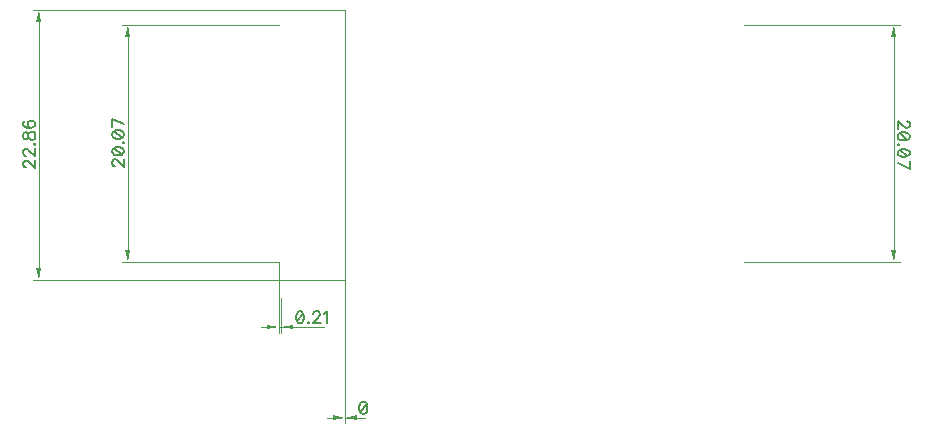
<source format=gbr>
G04 DipTrace 3.1.0.0*
G04 TopDimension.gbr*
%MOIN*%
G04 #@! TF.FileFunction,Drawing,Top*
G04 #@! TF.Part,Single*
%ADD13C,0.0015*%
%ADD72C,0.006176*%
%FSLAX26Y26*%
G04*
G70*
G90*
G75*
G01*
G04 TopDimension*
%LPD*%
X723386Y1353701D2*
D13*
Y-23622D1*
Y453682D2*
Y-23622D1*
Y-3937D2*
D3*
X664331D2*
X684016D1*
G36*
X723386D2*
X684016Y-11811D1*
Y3937D1*
X723386Y-3937D1*
G37*
X782441D2*
D13*
X762756D1*
G36*
X723386D2*
X762756Y3937D1*
Y-11811D1*
X723386Y-3937D1*
G37*
X789551D2*
D13*
X723386D1*
Y1353701D2*
X-316299D1*
X723386Y453682D2*
X-316299D1*
X-296614Y903692D2*
Y1314331D1*
G36*
Y1353701D2*
X-288740Y1314331D1*
X-304488D1*
X-296614Y1353701D1*
G37*
Y903692D2*
D13*
Y493052D1*
G36*
Y453682D2*
X-304488Y493052D1*
X-288740D1*
X-296614Y453682D1*
G37*
X503386Y513701D2*
D13*
Y278016D1*
X511811Y393701D2*
Y278016D1*
X503386Y297701D2*
X511811D1*
X444331D2*
X464016D1*
G36*
X503386D2*
X464016Y289827D1*
Y305575D1*
X503386Y297701D1*
G37*
X570866D2*
D13*
X551181D1*
G36*
X511811D2*
X551181Y305575D1*
Y289827D1*
X511811Y297701D1*
G37*
X655266D2*
D13*
X511811D1*
X2055042Y1303701D2*
X2573071D1*
X2055010Y513701D2*
X2573071D1*
X2553386Y908701D2*
Y1264331D1*
G36*
Y1303701D2*
X2561260Y1264331D1*
X2545512D1*
X2553386Y1303701D1*
G37*
Y908701D2*
D13*
Y553071D1*
G36*
Y513701D2*
X2545512Y553071D1*
X2561260D1*
X2553386Y513701D1*
G37*
X503386Y1303701D2*
D13*
X-20299D1*
X503386Y513701D2*
X-20299D1*
X-614Y908701D2*
Y1264331D1*
G36*
Y1303701D2*
X7260Y1264331D1*
X-8488D1*
X-614Y1303701D1*
G37*
Y908701D2*
D13*
Y553071D1*
G36*
Y513701D2*
X-8488Y553071D1*
X7260D1*
X-614Y513701D1*
G37*
X783516Y48422D2*
D72*
X777767Y46520D1*
X773921Y40772D1*
X772019Y31222D1*
Y25474D1*
X773921Y15923D1*
X777767Y10175D1*
X783516Y8274D1*
X787318D1*
X793066Y10175D1*
X796869Y15923D1*
X798814Y25474D1*
Y31222D1*
X796869Y40772D1*
X793066Y46520D1*
X787318Y48422D1*
X783516D1*
X796869Y40772D2*
X773921Y15923D1*
X-339422Y829504D2*
X-341323D1*
X-345170Y831406D1*
X-347071Y833307D1*
X-348973Y837154D1*
Y844803D1*
X-347071Y848605D1*
X-345170Y850507D1*
X-341323Y852452D1*
X-337521D1*
X-333674Y850507D1*
X-327970Y846704D1*
X-308825Y827559D1*
Y854353D1*
X-339422Y868650D2*
X-341323D1*
X-345170Y870552D1*
X-347071Y872453D1*
X-348973Y876300D1*
Y883949D1*
X-347071Y887751D1*
X-345170Y889653D1*
X-341323Y891598D1*
X-337521D1*
X-333674Y889653D1*
X-327970Y885850D1*
X-308825Y866705D1*
Y893500D1*
X-312672Y907752D2*
X-310726Y905851D1*
X-308825Y907752D1*
X-310726Y909698D1*
X-312672Y907752D1*
X-348973Y931600D2*
X-347071Y925896D1*
X-343269Y923950D1*
X-339422D1*
X-335620Y925896D1*
X-333674Y929698D1*
X-331773Y937348D1*
X-329872Y943096D1*
X-326025Y946898D1*
X-322222Y948800D1*
X-316474D1*
X-312672Y946898D1*
X-310726Y944997D1*
X-308825Y939249D1*
Y931600D1*
X-310726Y925896D1*
X-312672Y923950D1*
X-316474Y922049D1*
X-322222D1*
X-326025Y923950D1*
X-329872Y927797D1*
X-331773Y933501D1*
X-333674Y941150D1*
X-335620Y944997D1*
X-339422Y946898D1*
X-343269D1*
X-347071Y944997D1*
X-348973Y939249D1*
Y931600D1*
X-343269Y984099D2*
X-347071Y982198D1*
X-348973Y976450D1*
Y972647D1*
X-347071Y966899D1*
X-341323Y963052D1*
X-331773Y961151D1*
X-322222D1*
X-314573Y963052D1*
X-310726Y966899D1*
X-308825Y972647D1*
Y974548D1*
X-310726Y980252D1*
X-314573Y984099D1*
X-320321Y986000D1*
X-322222D1*
X-327970Y984099D1*
X-331773Y980252D1*
X-333674Y974548D1*
Y972647D1*
X-331773Y966899D1*
X-327970Y963052D1*
X-322222Y961151D1*
X571941Y350059D2*
X566193Y348158D1*
X562346Y342410D1*
X560445Y332859D1*
Y327111D1*
X562346Y317561D1*
X566193Y311813D1*
X571941Y309912D1*
X575743D1*
X581491Y311813D1*
X585294Y317561D1*
X587239Y327111D1*
Y332859D1*
X585294Y342410D1*
X581491Y348158D1*
X575743Y350059D1*
X571941D1*
X585294Y342410D2*
X562346Y317561D1*
X601492Y313758D2*
X599591Y311813D1*
X601492Y309912D1*
X603437Y311813D1*
X601492Y313758D1*
X617734Y340509D2*
Y342410D1*
X619636Y346257D1*
X621537Y348158D1*
X625384Y350059D1*
X633033D1*
X636836Y348158D1*
X638737Y346257D1*
X640682Y342410D1*
Y338607D1*
X638737Y334761D1*
X634934Y329057D1*
X615789Y309912D1*
X642584D1*
X654935Y342410D2*
X658782Y344356D1*
X664530Y350059D1*
Y309912D1*
X2596194Y983883D2*
X2598095D1*
X2601942Y981982D1*
X2603843Y980080D1*
X2605744Y976234D1*
Y968584D1*
X2603843Y964782D1*
X2601942Y962881D1*
X2598095Y960935D1*
X2594293D1*
X2590446Y962881D1*
X2584742Y966683D1*
X2565597Y985828D1*
Y959034D1*
X2605744Y935186D2*
X2603843Y940934D1*
X2598095Y944781D1*
X2588544Y946682D1*
X2582796D1*
X2573246Y944781D1*
X2567498Y940934D1*
X2565597Y935186D1*
Y931384D1*
X2567498Y925636D1*
X2573246Y921833D1*
X2582796Y919888D1*
X2588544D1*
X2598095Y921833D1*
X2603843Y925636D1*
X2605744Y931384D1*
Y935186D1*
X2598095Y921833D2*
X2573246Y944781D1*
X2569443Y905635D2*
X2567498Y907536D1*
X2565597Y905635D1*
X2567498Y903690D1*
X2569443Y905635D1*
X2605744Y879842D2*
X2603843Y885590D1*
X2598095Y889437D1*
X2588544Y891338D1*
X2582796D1*
X2573246Y889437D1*
X2567498Y885590D1*
X2565597Y879842D1*
Y876040D1*
X2567498Y870292D1*
X2573246Y866489D1*
X2582796Y864543D1*
X2588544D1*
X2598095Y866489D1*
X2603843Y870292D1*
X2605744Y876040D1*
Y879842D1*
X2598095Y866489D2*
X2573246Y889437D1*
X2565597Y844543D2*
X2605744Y825397D1*
Y852192D1*
X-43422Y833519D2*
X-45323D1*
X-49170Y835420D1*
X-51071Y837321D1*
X-52973Y841168D1*
Y848817D1*
X-51071Y852620D1*
X-49170Y854521D1*
X-45323Y856467D1*
X-41521D1*
X-37674Y854521D1*
X-31970Y850718D1*
X-12825Y831573D1*
Y858368D1*
X-52973Y882215D2*
X-51071Y876467D1*
X-45323Y872620D1*
X-35773Y870719D1*
X-30025D1*
X-20474Y872620D1*
X-14726Y876467D1*
X-12825Y882215D1*
Y886018D1*
X-14726Y891766D1*
X-20474Y895568D1*
X-30025Y897514D1*
X-35773D1*
X-45323Y895568D1*
X-51071Y891766D1*
X-52973Y886018D1*
Y882215D1*
X-45323Y895568D2*
X-20474Y872620D1*
X-16672Y911767D2*
X-14726Y909865D1*
X-12825Y911767D1*
X-14726Y913712D1*
X-16672Y911767D1*
X-52973Y937559D2*
X-51071Y931811D1*
X-45323Y927965D1*
X-35773Y926063D1*
X-30025D1*
X-20474Y927965D1*
X-14726Y931811D1*
X-12825Y937559D1*
Y941362D1*
X-14726Y947110D1*
X-20474Y950913D1*
X-30025Y952858D1*
X-35773D1*
X-45323Y950913D1*
X-51071Y947110D1*
X-52973Y941362D1*
Y937559D1*
X-45323Y950913D2*
X-20474Y927965D1*
X-12825Y972859D2*
X-52973Y992004D1*
Y965209D1*
M02*

</source>
